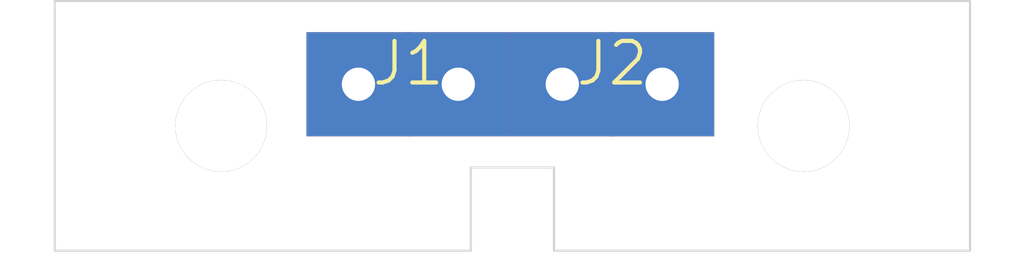
<source format=kicad_pcb>
(kicad_pcb (version 20240108) (generator "pcbnew") (generator_version "8.0")
  (layers (0 "F.Cu" signal) (31 "B.Cu" signal) (34 "B.Paste" user) (35 "F.Paste" user) (36 "B.SilkS" user "B.Silkscreen") (37 "F.SilkS" user "F.Silkscreen") (38 "B.Mask" user) (39 "F.Mask" user) (44 "Edge.Cuts" user))
  (net 0 "")
  (net 1 "Earth")
  (footprint "Custom:TransformerWirePad" (layer "F.Cu") (at 28.4 17)
    (property "Reference" "J2" (at 0 -0.5 0) (layer "F.SilkS") (effects (font (thickness 0.1))))
    (property "Value" "Standoff Hole")
    (pad "1" thru_hole rect (at -1.2 0) (size 2.5 2.5) (drill 0.8) (layers "*.Cu" "*.Mask") (net 1 "Earth"))
    (pad "1" thru_hole rect (at 1.2 0) (size 2.5 2.5) (drill 0.8) (layers "*.Cu" "*.Mask") (net 1 "Earth"))
  )
  (footprint "Custom:M2Hole" (layer "F.Cu") (at 19 18)
    (property "Reference" "J3" (at 0 0 0) (layer "F.SilkS") (effects (font (thickness 0.1))))
    (property "Value" "Standoff Hole")
    (pad "1" thru_hole circle (at 0 0) (size 2.2 2.2) (drill 2.2) (layers "*.Cu" "*.Mask") (net 1 "Earth"))
  )
  (footprint "Custom:M2Hole" (layer "F.Cu") (at 33 18)
    (property "Reference" "J4" (at 0 0 0) (layer "F.SilkS") (effects (font (thickness 0.1))))
    (property "Value" "Standoff Hole")
    (pad "1" thru_hole circle (at 0 0) (size 2.2 2.2) (drill 2.2) (layers "*.Cu" "*.Mask") (net 1 "Earth"))
  )
  (footprint "Custom:TransformerWirePad" (layer "F.Cu") (at 23.5 17)
    (property "Reference" "J1" (at 0 -0.5 0) (layer "F.SilkS") (effects (font (thickness 0.1))))
    (property "Value" "Standoff Hole")
    (pad "1" thru_hole rect (at -1.2 0) (size 2.5 2.5) (drill 0.8) (layers "*.Cu" "*.Mask") (net 1 "Earth"))
    (pad "1" thru_hole rect (at 1.2 0) (size 2.5 2.5) (drill 0.8) (layers "*.Cu" "*.Mask") (net 1 "Earth"))
  )
  (gr_line (start 25 21) (end 15 21) (stroke (width 0.05)) (layer "Edge.Cuts"))
  (gr_line (start 15 21) (end 15 15) (stroke (width 0.05)) (layer "Edge.Cuts"))
  (gr_line (start 27 19) (end 25 19) (stroke (width 0.05)) (layer "Edge.Cuts"))
  (gr_line (start 37 15) (end 37 21) (stroke (width 0.05)) (layer "Edge.Cuts"))
  (gr_line (start 27 21) (end 27 19) (stroke (width 0.05)) (layer "Edge.Cuts"))
  (gr_line (start 25 19) (end 25 21) (stroke (width 0.05)) (layer "Edge.Cuts"))
  (gr_line (start 37 21) (end 27 21) (stroke (width 0.05)) (layer "Edge.Cuts"))
  (gr_line (start 15 15) (end 37 15) (stroke (width 0.05)) (layer "Edge.Cuts"))
)
</source>
